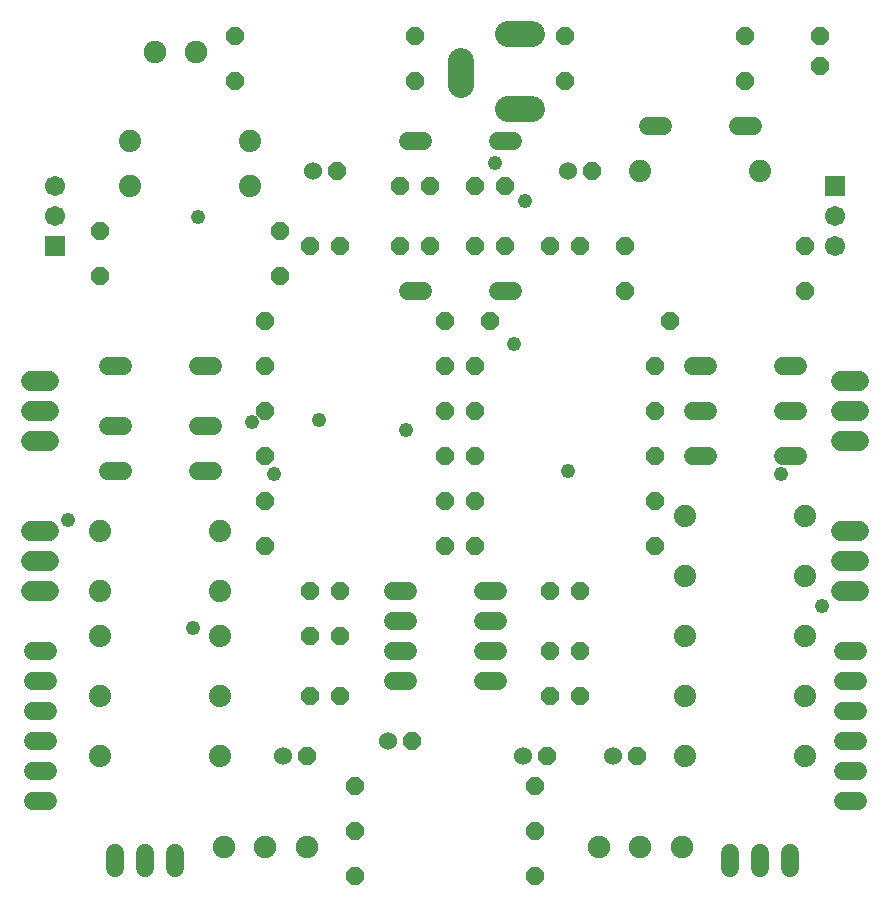
<source format=gts>
G75*
%MOIN*%
%OFA0B0*%
%FSLAX25Y25*%
%IPPOS*%
%LPD*%
%AMOC8*
5,1,8,0,0,1.08239X$1,22.5*
%
%ADD10C,0.07493*%
%ADD11OC8,0.06000*%
%ADD12C,0.06000*%
%ADD13C,0.07400*%
%ADD14C,0.06000*%
%ADD15R,0.06737X0.06737*%
%ADD16C,0.06737*%
%ADD17C,0.08674*%
%ADD18C,0.06800*%
%ADD19C,0.04800*%
D10*
X0077220Y0020606D03*
X0091000Y0020606D03*
X0104780Y0020606D03*
X0202220Y0020606D03*
X0216000Y0020606D03*
X0229780Y0020606D03*
X0067890Y0285606D03*
X0054110Y0285606D03*
D11*
X0081000Y0291000D03*
X0081000Y0276000D03*
X0115000Y0246000D03*
X0136000Y0241000D03*
X0146000Y0241000D03*
X0161000Y0241000D03*
X0171000Y0241000D03*
X0171000Y0221000D03*
X0161000Y0221000D03*
X0146000Y0221000D03*
X0136000Y0221000D03*
X0116000Y0221000D03*
X0106000Y0221000D03*
X0096000Y0226000D03*
X0096000Y0211000D03*
X0091000Y0196000D03*
X0091000Y0181000D03*
X0091000Y0166000D03*
X0091000Y0151000D03*
X0091000Y0136000D03*
X0091000Y0121000D03*
X0106000Y0106000D03*
X0116000Y0106000D03*
X0116000Y0091000D03*
X0106000Y0091000D03*
X0106000Y0071000D03*
X0116000Y0071000D03*
X0105000Y0051000D03*
X0121000Y0041000D03*
X0121000Y0026000D03*
X0121000Y0011000D03*
X0140000Y0056000D03*
X0181000Y0041000D03*
X0185000Y0051000D03*
X0186000Y0071000D03*
X0196000Y0071000D03*
X0196000Y0086000D03*
X0186000Y0086000D03*
X0186000Y0106000D03*
X0196000Y0106000D03*
X0221000Y0121000D03*
X0221000Y0136000D03*
X0221000Y0151000D03*
X0221000Y0166000D03*
X0221000Y0181000D03*
X0226000Y0196000D03*
X0211000Y0206000D03*
X0211000Y0221000D03*
X0196000Y0221000D03*
X0186000Y0221000D03*
X0166000Y0196000D03*
X0151000Y0196000D03*
X0151000Y0181000D03*
X0161000Y0181000D03*
X0161000Y0166000D03*
X0151000Y0166000D03*
X0151000Y0151000D03*
X0161000Y0151000D03*
X0161000Y0136000D03*
X0151000Y0136000D03*
X0151000Y0121000D03*
X0161000Y0121000D03*
X0215000Y0051000D03*
X0181000Y0026000D03*
X0181000Y0011000D03*
X0271000Y0206000D03*
X0271000Y0221000D03*
X0251000Y0276000D03*
X0251000Y0291000D03*
X0276000Y0291000D03*
X0276000Y0281000D03*
X0200000Y0246000D03*
X0191000Y0276000D03*
X0191000Y0291000D03*
X0141000Y0291000D03*
X0141000Y0276000D03*
X0036000Y0226000D03*
X0036000Y0211000D03*
D12*
X0107000Y0246000D03*
X0192000Y0246000D03*
X0132000Y0056000D03*
X0097000Y0051000D03*
X0177000Y0051000D03*
X0207000Y0051000D03*
D13*
X0231000Y0051000D03*
X0231000Y0071000D03*
X0231000Y0091000D03*
X0231000Y0111000D03*
X0231000Y0131000D03*
X0271000Y0131000D03*
X0271000Y0111000D03*
X0271000Y0091000D03*
X0271000Y0071000D03*
X0271000Y0051000D03*
X0256000Y0246000D03*
X0216000Y0246000D03*
X0086000Y0241000D03*
X0086000Y0256000D03*
X0046000Y0256000D03*
X0046000Y0241000D03*
X0036000Y0126000D03*
X0036000Y0106000D03*
X0036000Y0091000D03*
X0036000Y0071000D03*
X0036000Y0051000D03*
X0076000Y0051000D03*
X0076000Y0071000D03*
X0076000Y0091000D03*
X0076000Y0106000D03*
X0076000Y0126000D03*
D14*
X0018600Y0036000D02*
X0013400Y0036000D01*
X0013400Y0046000D02*
X0018600Y0046000D01*
X0018600Y0056000D02*
X0013400Y0056000D01*
X0013400Y0066000D02*
X0018600Y0066000D01*
X0018600Y0076000D02*
X0013400Y0076000D01*
X0013400Y0086000D02*
X0018600Y0086000D01*
X0038400Y0146000D02*
X0043600Y0146000D01*
X0043600Y0161000D02*
X0038400Y0161000D01*
X0038400Y0181000D02*
X0043600Y0181000D01*
X0068400Y0181000D02*
X0073600Y0181000D01*
X0073600Y0161000D02*
X0068400Y0161000D01*
X0068400Y0146000D02*
X0073600Y0146000D01*
X0133400Y0106000D02*
X0138600Y0106000D01*
X0138600Y0096000D02*
X0133400Y0096000D01*
X0133400Y0086000D02*
X0138600Y0086000D01*
X0138600Y0076000D02*
X0133400Y0076000D01*
X0163400Y0076000D02*
X0168600Y0076000D01*
X0168600Y0086000D02*
X0163400Y0086000D01*
X0163400Y0096000D02*
X0168600Y0096000D01*
X0168600Y0106000D02*
X0163400Y0106000D01*
X0233400Y0151000D02*
X0238600Y0151000D01*
X0238600Y0166000D02*
X0233400Y0166000D01*
X0233400Y0181000D02*
X0238600Y0181000D01*
X0263400Y0181000D02*
X0268600Y0181000D01*
X0268600Y0166000D02*
X0263400Y0166000D01*
X0263400Y0151000D02*
X0268600Y0151000D01*
X0283400Y0086000D02*
X0288600Y0086000D01*
X0288600Y0076000D02*
X0283400Y0076000D01*
X0283400Y0066000D02*
X0288600Y0066000D01*
X0288600Y0056000D02*
X0283400Y0056000D01*
X0283400Y0046000D02*
X0288600Y0046000D01*
X0288600Y0036000D02*
X0283400Y0036000D01*
X0266000Y0018600D02*
X0266000Y0013400D01*
X0256000Y0013400D02*
X0256000Y0018600D01*
X0246000Y0018600D02*
X0246000Y0013400D01*
X0173600Y0206000D02*
X0168400Y0206000D01*
X0143600Y0206000D02*
X0138400Y0206000D01*
X0138400Y0256000D02*
X0143600Y0256000D01*
X0168400Y0256000D02*
X0173600Y0256000D01*
X0218400Y0261000D02*
X0223600Y0261000D01*
X0248400Y0261000D02*
X0253600Y0261000D01*
X0061000Y0018600D02*
X0061000Y0013400D01*
X0051000Y0013400D02*
X0051000Y0018600D01*
X0041000Y0018600D02*
X0041000Y0013400D01*
D15*
X0021000Y0221000D03*
X0281000Y0241000D03*
D16*
X0281000Y0231000D03*
X0281000Y0221000D03*
X0021000Y0231000D03*
X0021000Y0241000D03*
D17*
X0156157Y0274543D02*
X0156157Y0282417D01*
X0171906Y0291472D02*
X0179780Y0291472D01*
X0179780Y0266669D02*
X0171906Y0266669D01*
D18*
X0283000Y0176000D02*
X0289000Y0176000D01*
X0289000Y0166000D02*
X0283000Y0166000D01*
X0283000Y0156000D02*
X0289000Y0156000D01*
X0289000Y0126000D02*
X0283000Y0126000D01*
X0283000Y0116000D02*
X0289000Y0116000D01*
X0289000Y0106000D02*
X0283000Y0106000D01*
X0019000Y0106000D02*
X0013000Y0106000D01*
X0013000Y0116000D02*
X0019000Y0116000D01*
X0019000Y0126000D02*
X0013000Y0126000D01*
X0013000Y0156000D02*
X0019000Y0156000D01*
X0019000Y0166000D02*
X0013000Y0166000D01*
X0013000Y0176000D02*
X0019000Y0176000D01*
D19*
X0025300Y0129700D03*
X0066700Y0093700D03*
X0093700Y0145000D03*
X0086500Y0162100D03*
X0109000Y0163000D03*
X0137800Y0159400D03*
X0173800Y0188200D03*
X0191800Y0145900D03*
X0262900Y0145000D03*
X0276400Y0100900D03*
X0177400Y0235900D03*
X0167500Y0248500D03*
X0068500Y0230500D03*
M02*

</source>
